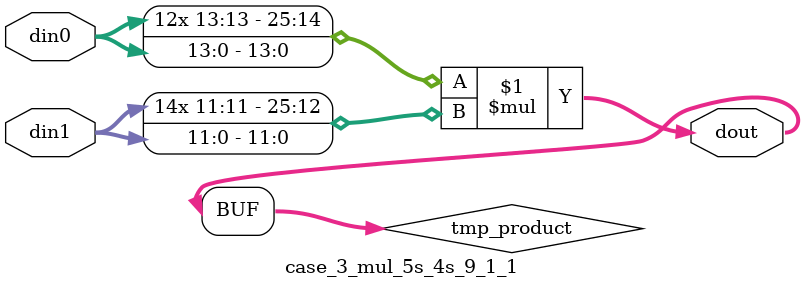
<source format=v>

`timescale 1 ns / 1 ps

 (* use_dsp = "no" *)  module case_3_mul_5s_4s_9_1_1(din0, din1, dout);
parameter ID = 1;
parameter NUM_STAGE = 0;
parameter din0_WIDTH = 14;
parameter din1_WIDTH = 12;
parameter dout_WIDTH = 26;

input [din0_WIDTH - 1 : 0] din0; 
input [din1_WIDTH - 1 : 0] din1; 
output [dout_WIDTH - 1 : 0] dout;

wire signed [dout_WIDTH - 1 : 0] tmp_product;



























assign tmp_product = $signed(din0) * $signed(din1);








assign dout = tmp_product;





















endmodule

</source>
